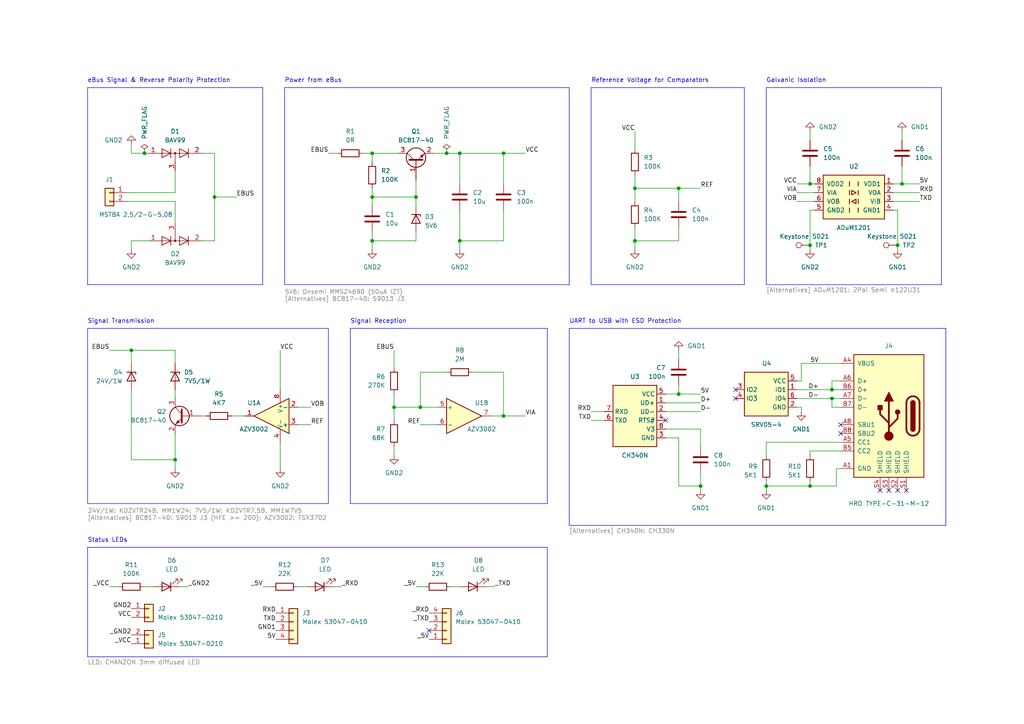
<source format=kicad_sch>
(kicad_sch (version 20230121) (generator eeschema)
  (paper "A4")
  (title_block (title "eBUS to USB Adapter") (date "2023-06-04") (rev "v0.9.0") (company "(c) 2023 by jkyprian"))
  (lib_symbols
    (symbol "Connector:TestPoint" (pin_numbers hide) (pin_names (offset 0.762) hide)
      (property "Reference" "TP" (at 0 6.858 0))
      (property "Value" "TestPoint" (at 0 5.08 0))
      (symbol "TestPoint_0_1"
        (circle (center 0 3.302) (radius 0.762))
      )
      (symbol "TestPoint_1_1"
        (pin passive line (at 0 0 90) (length 2.54) (name "1") (number "1"))
      )
    )
    (symbol "Connector_Generic:Conn_01x02" (pin_names (offset 1.016) hide)
      (property "Reference" "J" (at 0 2.54 0))
      (property "Value" "Conn_01x02" (at 0 -5.08 0))
      (symbol "Conn_01x02_1_1"
        (rectangle (start -1.27 -2.413) (end 0 -2.667) (stroke (width 0.1524)))
        (rectangle (start -1.27 0.127) (end 0 -0.127) (stroke (width 0.1524)))
        (rectangle (start -1.27 1.27) (end 1.27 -3.81) (stroke (width 0.254)) (fill (type background)))
        (pin passive line (at -5.08 0 0) (length 3.81) (name "Pin_1") (number "1"))
        (pin passive line (at -5.08 -2.54 0) (length 3.81) (name "Pin_2") (number "2"))
      )
    )
    (symbol "Connector_Generic:Conn_01x04" (pin_names (offset 1.016) hide)
      (property "Reference" "J" (at 0 5.08 0))
      (property "Value" "Conn_01x04" (at 0 -7.62 0))
      (symbol "Conn_01x04_1_1"
        (rectangle (start -1.27 -4.953) (end 0 -5.207) (stroke (width 0.1524)))
        (rectangle (start -1.27 -2.413) (end 0 -2.667) (stroke (width 0.1524)))
        (rectangle (start -1.27 0.127) (end 0 -0.127) (stroke (width 0.1524)))
        (rectangle (start -1.27 2.667) (end 0 2.413) (stroke (width 0.1524)))
        (rectangle (start -1.27 3.81) (end 1.27 -6.35) (stroke (width 0.254)) (fill (type background)))
        (pin passive line (at -5.08 2.54 0) (length 3.81) (name "Pin_1") (number "1"))
        (pin passive line (at -5.08 0 0) (length 3.81) (name "Pin_2") (number "2"))
        (pin passive line (at -5.08 -2.54 0) (length 3.81) (name "Pin_3") (number "3"))
        (pin passive line (at -5.08 -5.08 0) (length 3.81) (name "Pin_4") (number "4"))
      )
    )
    (symbol "Device:C" (pin_numbers hide) (pin_names (offset 0.254))
      (property "Reference" "C" (at 0.635 2.54 0))
      (property "Value" "C" (at 0.635 -2.54 0))
      (symbol "C_0_1"
        (polyline (pts (xy -2.032 -0.762) (xy 2.032 -0.762)) (stroke (width 0.508)))
        (polyline (pts (xy -2.032 0.762) (xy 2.032 0.762)) (stroke (width 0.508)))
      )
      (symbol "C_1_1"
        (pin passive line (at 0 3.81 270) (length 2.794) (name "~") (number "1"))
        (pin passive line (at 0 -3.81 90) (length 2.794) (name "~") (number "2"))
      )
    )
    (symbol "Device:D_Zener" (pin_numbers hide) (pin_names (offset 1.016) hide)
      (property "Reference" "D" (at 0 2.54 0))
      (property "Value" "D_Zener" (at 0 -2.54 0))
      (symbol "D_Zener_0_1"
        (polyline (pts (xy 1.27 0) (xy -1.27 0)))
        (polyline (pts (xy -1.27 -1.27) (xy -1.27 1.27) (xy -0.762 1.27)) (stroke (width 0.254)))
        (polyline (pts (xy 1.27 -1.27) (xy 1.27 1.27) (xy -1.27 0) (xy 1.27 -1.27)) (stroke (width 0.254)))
      )
      (symbol "D_Zener_1_1"
        (pin passive line (at -3.81 0 0) (length 2.54) (name "K") (number "1"))
        (pin passive line (at 3.81 0 180) (length 2.54) (name "A") (number "2"))
      )
    )
    (symbol "Device:LED" (pin_numbers hide) (pin_names (offset 1.016) hide)
      (property "Reference" "D" (at 0 2.54 0))
      (property "Value" "LED" (at 0 -2.54 0))
      (symbol "LED_0_1"
        (polyline (pts (xy -1.27 -1.27) (xy -1.27 1.27)) (stroke (width 0.254)))
        (polyline (pts (xy -1.27 0) (xy 1.27 0)))
        (polyline (pts (xy 1.27 -1.27) (xy 1.27 1.27) (xy -1.27 0) (xy 1.27 -1.27)) (stroke (width 0.254)))
        (polyline (pts (xy -3.048 -0.762) (xy -4.572 -2.286) (xy -3.81 -2.286) (xy -4.572 -2.286) (xy -4.572 -1.524)))
        (polyline (pts (xy -1.778 -0.762) (xy -3.302 -2.286) (xy -2.54 -2.286) (xy -3.302 -2.286) (xy -3.302 -1.524)))
      )
      (symbol "LED_1_1"
        (pin passive line (at -3.81 0 0) (length 2.54) (name "K") (number "1"))
        (pin passive line (at 3.81 0 180) (length 2.54) (name "A") (number "2"))
      )
    )
    (symbol "Device:R" (pin_numbers hide) (pin_names (offset 0))
      (property "Reference" "R" (at 2.032 0 90))
      (property "Value" "R" (at 0 0 90))
      (symbol "R_0_1"
        (rectangle (start -1.016 -2.54) (end 1.016 2.54) (stroke (width 0.254)))
      )
      (symbol "R_1_1"
        (pin passive line (at 0 3.81 270) (length 1.27) (name "~") (number "1"))
        (pin passive line (at 0 -3.81 90) (length 1.27) (name "~") (number "2"))
      )
    )
    (symbol "Diode:BAV99" (pin_names hide)
      (property "Reference" "D" (at 0 5.08 0))
      (property "Value" "BAV99" (at 0 2.54 0))
      (symbol "BAV99_0_1"
        (polyline (pts (xy -5.08 0) (xy 5.08 0)))
      )
      (symbol "BAV99_1_1"
        (polyline (pts (xy 0 0) (xy 0 -2.54)))
        (polyline (pts (xy -1.27 -1.27) (xy -1.27 1.27) (xy -1.27 1.27)) (stroke (width 0.2032)))
        (polyline (pts (xy 3.81 1.27) (xy 3.81 -1.27) (xy 3.81 -1.27)) (stroke (width 0.2032)))
        (polyline (pts (xy -3.81 1.27) (xy -1.27 0) (xy -3.81 -1.27) (xy -3.81 1.27) (xy -3.81 1.27) (xy -3.81 1.27)) (stroke (width 0.2032)))
        (polyline (pts (xy 1.27 1.27) (xy 3.81 0) (xy 1.27 -1.27) (xy 1.27 1.27) (xy 1.27 1.27) (xy 1.27 1.27)) (stroke (width 0.2032)))
        (circle (center 0 0) (radius 0.254) (fill (type outline)))
        (pin passive line (at -7.62 0 0) (length 2.54) (name "K") (number "1"))
        (pin passive line (at 7.62 0 180) (length 2.54) (name "A") (number "2"))
        (pin passive line (at 0 -5.08 90) (length 2.54) (name "K") (number "3"))
      )
    )
    (symbol "Transistor_BJT:BC817" (pin_names (offset 0) hide)
      (property "Reference" "Q" (at 5.08 1.905 0))
      (property "Value" "BC817" (at 5.08 0 0))
      (symbol "BC817_0_1"
        (polyline (pts (xy 0.635 0.635) (xy 2.54 2.54)))
        (polyline (pts (xy 0.635 -0.635) (xy 2.54 -2.54) (xy 2.54 -2.54)))
        (polyline (pts (xy 0.635 1.905) (xy 0.635 -1.905) (xy 0.635 -1.905)) (stroke (width 0.508)))
        (polyline (pts (xy 1.27 -1.778) (xy 1.778 -1.27) (xy 2.286 -2.286) (xy 1.27 -1.778) (xy 1.27 -1.778)) (fill (type outline)))
        (circle (center 1.27 0) (radius 2.8194) (stroke (width 0.254)))
      )
      (symbol "BC817_1_1"
        (pin input line (at -5.08 0 0) (length 5.715) (name "B") (number "1"))
        (pin passive line (at 2.54 -5.08 90) (length 2.54) (name "E") (number "2"))
        (pin passive line (at 2.54 5.08 270) (length 2.54) (name "C") (number "3"))
      )
    )
    (symbol "ebus2usb:ADuM1201" (pin_names (offset 1.016))
      (property "Reference" "U?" (at 0 -7.62 0))
      (property "Value" "ADuM1201" (at 0 7.62 0))
      (symbol "ADuM1201_0_1"
        (rectangle (start -8.89 6.35) (end 8.89 -6.35) (stroke (width 0.254)) (fill (type background)))
        (polyline (pts (xy -1.27 -3.175) (xy -1.27 -4.445)) (stroke (width 0.254)))
        (polyline (pts (xy -1.27 -0.635) (xy -1.27 -1.905)) (stroke (width 0.254)))
        (polyline (pts (xy -1.27 1.905) (xy -1.27 0.635)) (stroke (width 0.254)))
        (polyline (pts (xy -1.27 4.445) (xy -1.27 3.175)) (stroke (width 0.254)))
        (polyline (pts (xy 1.27 -3.175) (xy 1.27 -4.445)) (stroke (width 0.254)))
        (polyline (pts (xy 1.27 -0.635) (xy 1.27 -1.905)) (stroke (width 0.254)))
        (polyline (pts (xy 1.27 1.905) (xy 1.27 0.635)) (stroke (width 0.254)))
        (polyline (pts (xy 1.27 4.445) (xy 1.27 3.175)) (stroke (width 0.254)))
        (polyline (pts (xy -0.635 -0.635) (xy -0.635 -1.905) (xy 0.635 -1.27) (xy -0.635 -0.635)) (stroke (width 0.254)))
        (polyline (pts (xy 0.635 1.905) (xy 0.635 0.635) (xy -0.635 1.27) (xy 0.635 1.905)) (stroke (width 0.254)))
      )
      (symbol "ADuM1201_1_1"
        (pin power_in line (at -11.43 3.81 0) (length 2.54) (name "VDD1") (number "1"))
        (pin output line (at -11.43 1.27 0) (length 2.54) (name "VOA") (number "2"))
        (pin input line (at -11.43 -1.27 0) (length 2.54) (name "VIB") (number "3"))
        (pin power_in line (at -11.43 -3.81 0) (length 2.54) (name "GND1") (number "4"))
        (pin power_in line (at 11.43 -3.81 180) (length 2.54) (name "GND2") (number "5"))
        (pin output line (at 11.43 -1.27 180) (length 2.54) (name "VOB") (number "6"))
        (pin input line (at 11.43 1.27 180) (length 2.54) (name "VIA") (number "7"))
        (pin power_in line (at 11.43 3.81 180) (length 2.54) (name "VDD2") (number "8"))
      )
    )
    (symbol "ebus2usb:CH330N"
      (property "Reference" "U" (at 0 -10.16 0))
      (property "Value" "CH330N" (at 0 10.16 0))
      (symbol "CH330N_0_1"
        (rectangle (start -6.35 8.89) (end 6.35 -8.89) (stroke (width 0.254)) (fill (type background)))
      )
      (symbol "CH330N_1_1"
        (pin bidirectional line (at -8.89 3.81 0) (length 2.54) (name "UD+") (number "1"))
        (pin bidirectional line (at -8.89 1.27 0) (length 2.54) (name "UD-") (number "2"))
        (pin power_in line (at -8.89 -6.35 0) (length 2.54) (name "GND") (number "3"))
        (pin output line (at -8.89 -1.27 0) (length 2.54) (name "RTS#") (number "4"))
        (pin power_in line (at -8.89 6.35 0) (length 2.54) (name "VCC") (number "5"))
        (pin output line (at 8.89 -1.27 180) (length 2.54) (name "TXD") (number "6"))
        (pin input line (at 8.89 1.27 180) (length 2.54) (name "RXD") (number "7"))
        (pin input line (at -8.89 -3.81 0) (length 2.54) (name "V3") (number "8"))
      )
    )
    (symbol "ebus2usb:SRV05-4"
      (property "Reference" "U" (at 0 -7.62 0))
      (property "Value" "SRV05-4" (at 0 7.62 0))
      (symbol "SRV05-4_1_1"
        (rectangle (start -6.35 6.35) (end 6.35 -6.35) (stroke (width 0.254)) (fill (type background)))
        (pin passive line (at 8.89 1.27 180) (length 2.54) (name "IO1") (number "1"))
        (pin passive line (at 8.89 -3.81 180) (length 2.54) (name "GND") (number "2"))
        (pin passive line (at -8.89 1.27 0) (length 2.54) (name "IO2") (number "3"))
        (pin passive line (at -8.89 -1.27 0) (length 2.54) (name "IO3") (number "4"))
        (pin passive line (at 8.89 3.81 180) (length 2.54) (name "VCC") (number "5"))
        (pin passive line (at 8.89 -1.27 180) (length 2.54) (name "IO4") (number "6"))
      )
    )
    (symbol "ebus2usb:TS3702" (pin_names (offset 0.127))
      (property "Reference" "U" (at 3.81 3.81 0))
      (property "Value" "TS3702" (at 6.35 -3.81 0))
      (symbol "TS3702_1_1"
        (polyline (pts (xy -5.08 5.08) (xy 5.08 0) (xy -5.08 -5.08) (xy -5.08 5.08)) (stroke (width 0.254)) (fill (type background)))
        (pin output line (at 7.62 0 180) (length 2.54) (name "~") (number "1"))
        (pin input line (at -7.62 -2.54 0) (length 2.54) (name "-") (number "2"))
        (pin input line (at -7.62 2.54 0) (length 2.54) (name "+") (number "3"))
      )
      (symbol "TS3702_2_1"
        (polyline (pts (xy -5.08 5.08) (xy 5.08 0) (xy -5.08 -5.08) (xy -5.08 5.08)) (stroke (width 0.254)) (fill (type background)))
        (pin input line (at -7.62 2.54 0) (length 2.54) (name "+") (number "5"))
        (pin input line (at -7.62 -2.54 0) (length 2.54) (name "-") (number "6"))
        (pin output line (at 7.62 0 180) (length 2.54) (name "~") (number "7"))
      )
      (symbol "TS3702_3_1"
        (pin power_in line (at -2.54 -7.62 90) (length 3.81) (name "V-") (number "4"))
        (pin power_in line (at -2.54 7.62 270) (length 3.81) (name "V+") (number "8"))
      )
    )
    (symbol "ebus2usb:USB_C" (pin_names (offset 1.016))
      (property "Reference" "J" (at -10.16 19.05 0))
      (property "Value" "USB_C" (at 10.16 19.05 0))
      (symbol "USB_C_0_1"
        (rectangle (start -10.16 17.78) (end 10.16 -17.78) (stroke (width 0.254)) (fill (type background)))
        (arc (start -8.89 -3.81) (mid -6.985 -5.7067) (end -5.08 -3.81) (stroke (width 0.508)))
        (arc (start -7.62 -3.81) (mid -6.985 -4.4423) (end -6.35 -3.81) (stroke (width 0.254)))
        (arc (start -7.62 -3.81) (mid -6.985 -4.4423) (end -6.35 -3.81) (stroke (width 0.254)) (fill (type outline)))
        (rectangle (start -7.62 3.81) (end -6.35 -3.81) (stroke (width 0.254)) (fill (type outline)))
        (arc (start -6.35 3.81) (mid -6.985 4.4423) (end -7.62 3.81) (stroke (width 0.254)))
        (arc (start -6.35 3.81) (mid -6.985 4.4423) (end -7.62 3.81) (stroke (width 0.254)) (fill (type outline)))
        (arc (start -5.08 3.81) (mid -6.985 5.7067) (end -8.89 3.81) (stroke (width 0.508)))
        (circle (center -2.54 1.143) (radius 0.635) (stroke (width 0.254)) (fill (type outline)))
        (circle (center 0 -5.842) (radius 1.27) (fill (type outline)))
        (polyline (pts (xy -8.89 -3.81) (xy -8.89 3.81)) (stroke (width 0.508)))
        (polyline (pts (xy -5.08 3.81) (xy -5.08 -3.81)) (stroke (width 0.508)))
        (polyline (pts (xy 0 -5.842) (xy 0 4.318)) (stroke (width 0.508)))
        (polyline (pts (xy 0 -3.302) (xy -2.54 -0.762) (xy -2.54 0.508)) (stroke (width 0.508)))
        (polyline (pts (xy 0 -2.032) (xy 2.54 0.508) (xy 2.54 1.778)) (stroke (width 0.508)))
        (polyline (pts (xy -1.27 4.318) (xy 0 6.858) (xy 1.27 4.318) (xy -1.27 4.318)) (stroke (width 0.254)) (fill (type outline)))
        (rectangle (start 1.905 1.778) (end 3.175 3.048) (stroke (width 0.254)) (fill (type outline)))
      )
      (symbol "USB_C_1_1"
        (pin power_out line (at 13.97 -15.24 180) (length 3.81) (name "GND") (number "A1"))
        (pin power_out line (at 13.97 -15.24 180) (length 3.81) hide (name "GND") (number "A12"))
        (pin power_out line (at 13.97 15.24 180) (length 3.81) (name "VBUS") (number "A4"))
        (pin bidirectional line (at 13.97 -7.62 180) (length 3.81) (name "CC1") (number "A5"))
        (pin bidirectional line (at 13.97 10.16 180) (length 3.81) (name "D+") (number "A6"))
        (pin bidirectional line (at 13.97 5.08 180) (length 3.81) (name "D-") (number "A7"))
        (pin bidirectional line (at 13.97 -2.54 180) (length 3.81) (name "SBU1") (number "A8"))
        (pin power_out line (at 13.97 15.24 180) (length 3.81) hide (name "VBUS") (number "A9"))
        (pin power_out line (at 13.97 -15.24 180) (length 3.81) hide (name "GND") (number "B1"))
        (pin power_out line (at 13.97 -15.24 180) (length 3.81) hide (name "GND") (number "B12"))
        (pin power_out line (at 13.97 15.24 180) (length 3.81) hide (name "VBUS") (number "B4"))
        (pin bidirectional line (at 13.97 -10.16 180) (length 3.81) (name "CC2") (number "B5"))
        (pin bidirectional line (at 13.97 7.62 180) (length 3.81) (name "D+") (number "B6"))
        (pin bidirectional line (at 13.97 2.54 180) (length 3.81) (name "D-") (number "B7"))
        (pin bidirectional line (at 13.97 -5.08 180) (length 3.81) (name "SBU2") (number "B8"))
        (pin power_out line (at 13.97 15.24 180) (length 3.81) hide (name "VBUS") (number "B9"))
        (pin passive line (at -5.08 -21.59 90) (length 3.81) (name "SHIELD") (number "S1"))
        (pin passive line (at -2.54 -21.59 90) (length 3.81) (name "SHIELD") (number "S2"))
        (pin passive line (at 0 -21.59 90) (length 3.81) (name "SHIELD") (number "S3"))
        (pin passive line (at 2.54 -21.59 90) (length 3.81) (name "SHIELD") (number "S4"))
      )
    )
    (symbol "power:GND1" (power) (pin_names (offset 0))
      (property "Value" "GND1" (at 0 -3.81 0))
      (symbol "GND1_0_1"
        (polyline (pts (xy 0 0) (xy 0 -1.27) (xy 1.27 -1.27) (xy 0 -2.54) (xy -1.27 -1.27) (xy 0 -1.27)))
      )
      (symbol "GND1_1_1"
        (pin power_in line (at 0 0 270) (length 0) hide (name "GND1") (number "1"))
      )
    )
    (symbol "power:GND2" (power) (pin_names (offset 0))
      (property "Value" "GND2" (at 0 -3.81 0))
      (symbol "GND2_0_1"
        (polyline (pts (xy 0 0) (xy 0 -1.27) (xy 1.27 -1.27) (xy 0 -2.54) (xy -1.27 -1.27) (xy 0 -1.27)))
      )
      (symbol "GND2_1_1"
        (pin power_in line (at 0 0 270) (length 0) hide (name "GND2") (number "1"))
      )
    )
    (symbol "power:PWR_FLAG" (power) (pin_numbers hide) (pin_names (offset 0) hide)
      (property "Value" "PWR_FLAG" (at 0 3.81 0))
      (symbol "PWR_FLAG_0_0"
        (pin power_out line (at 0 0 90) (length 0) (name "pwr") (number "1"))
      )
      (symbol "PWR_FLAG_0_1"
        (polyline (pts (xy 0 0) (xy 0 1.27) (xy -1.016 1.905) (xy 0 2.54) (xy 1.016 1.905) (xy 0 1.27)))
      )
    )
  )
  (junction (at 107.95 69.85))
  (junction (at 50.8 133.35))
  (junction (at 261.62 53.34))
  (junction (at 234.95 53.34))
  (junction (at 196.85 54.61))
  (junction (at 184.15 69.85))
  (junction (at 107.95 44.45))
  (junction (at 241.3 115.57))
  (junction (at 38.1 101.6))
  (junction (at 133.35 69.85))
  (junction (at 121.92 118.11))
  (junction (at 107.95 57.15))
  (junction (at 203.2 140.97))
  (junction (at 146.05 120.65))
  (junction (at 41.91 44.45))
  (junction (at 184.15 54.61))
  (junction (at 222.25 140.97))
  (junction (at 196.85 114.3))
  (junction (at 62.23 57.15))
  (junction (at 260.35 71.12))
  (junction (at 120.65 57.15))
  (junction (at 146.05 44.45))
  (junction (at 241.3 113.03))
  (junction (at 114.3 118.11))
  (junction (at 234.95 140.97))
  (junction (at 129.54 44.45))
  (junction (at 234.95 71.12))
  (junction (at 133.35 44.45))
  (no_connect (at 262.89 142.24))
  (no_connect (at 193.04 121.92))
  (no_connect (at 255.27 142.24))
  (no_connect (at 124.46 182.88))
  (no_connect (at 257.81 142.24))
  (no_connect (at 243.84 125.73))
  (no_connect (at 243.84 123.19))
  (no_connect (at 260.35 142.24))
  (no_connect (at 213.36 113.03))
  (no_connect (at 213.36 115.57))
  (polyline (pts (xy 171.45 82.55) (xy 171.45 25.4)))
  (wire (pts (xy 234.95 60.96) (xy 234.95 71.12)))
  (polyline (pts (xy 25.4 95.25) (xy 95.25 95.25)))
  (wire (pts (xy 243.84 115.57) (xy 241.3 115.57)))
  (wire (pts (xy 140.97 170.18) (xy 143.51 170.18)))
  (wire (pts (xy 203.2 140.97) (xy 203.2 142.24)))
  (wire (pts (xy 261.62 48.26) (xy 261.62 53.34)))
  (wire (pts (xy 50.8 133.35) (xy 50.8 135.89)))
  (wire (pts (xy 259.08 60.96) (xy 260.35 60.96)))
  (wire (pts (xy 184.15 54.61) (xy 184.15 58.42)))
  (wire (pts (xy 107.95 54.61) (xy 107.95 57.15)))
  (wire (pts (xy 38.1 101.6) (xy 50.8 101.6)))
  (wire (pts (xy 196.85 69.85) (xy 184.15 69.85)))
  (wire (pts (xy 193.04 114.3) (xy 196.85 114.3)))
  (wire (pts (xy 96.52 170.18) (xy 99.06 170.18)))
  (wire (pts (xy 196.85 114.3) (xy 203.2 114.3)))
  (wire (pts (xy 58.42 120.65) (xy 59.69 120.65)))
  (wire (pts (xy 62.23 44.45) (xy 62.23 57.15)))
  (wire (pts (xy 196.85 111.76) (xy 196.85 114.3)))
  (polyline (pts (xy 95.25 146.05) (xy 25.4 146.05)))
  (wire (pts (xy 196.85 101.6) (xy 196.85 104.14)))
  (wire (pts (xy 146.05 44.45) (xy 152.4 44.45)))
  (wire (pts (xy 231.14 53.34) (xy 234.95 53.34)))
  (polyline (pts (xy 25.4 146.05) (xy 25.4 95.25)))
  (wire (pts (xy 146.05 69.85) (xy 133.35 69.85)))
  (wire (pts (xy 133.35 44.45) (xy 146.05 44.45)))
  (polyline (pts (xy 165.1 82.55) (xy 165.1 25.4)))
  (wire (pts (xy 38.1 133.35) (xy 50.8 133.35)))
  (wire (pts (xy 107.95 57.15) (xy 107.95 59.69)))
  (wire (pts (xy 121.92 123.19) (xy 127 123.19)))
  (wire (pts (xy 38.1 72.39) (xy 38.1 69.85)))
  (wire (pts (xy 62.23 57.15) (xy 68.58 57.15)))
  (wire (pts (xy 260.35 60.96) (xy 260.35 71.12)))
  (wire (pts (xy 107.95 57.15) (xy 120.65 57.15)))
  (wire (pts (xy 121.92 107.95) (xy 121.92 118.11)))
  (wire (pts (xy 234.95 140.97) (xy 242.57 140.97)))
  (wire (pts (xy 232.41 110.49) (xy 232.41 105.41)))
  (polyline (pts (xy 25.4 25.4) (xy 76.2 25.4)))
  (wire (pts (xy 184.15 38.1) (xy 184.15 43.18)))
  (wire (pts (xy 146.05 60.96) (xy 146.05 69.85)))
  (wire (pts (xy 193.04 127) (xy 196.85 127)))
  (wire (pts (xy 133.35 44.45) (xy 133.35 53.34)))
  (wire (pts (xy 234.95 53.34) (xy 236.22 53.34)))
  (polyline (pts (xy 274.32 152.4) (xy 274.32 95.25)))
  (polyline (pts (xy 165.1 152.4) (xy 274.32 152.4)))
  (wire (pts (xy 203.2 137.16) (xy 203.2 140.97)))
  (polyline (pts (xy 158.75 95.25) (xy 158.75 146.05)))
  (wire (pts (xy 196.85 66.04) (xy 196.85 69.85)))
  (wire (pts (xy 129.54 107.95) (xy 121.92 107.95)))
  (wire (pts (xy 142.24 120.65) (xy 146.05 120.65)))
  (wire (pts (xy 67.31 120.65) (xy 71.12 120.65)))
  (polyline (pts (xy 101.6 95.25) (xy 101.6 146.05)))
  (polyline (pts (xy 273.05 82.55) (xy 273.05 25.4)))
  (polyline (pts (xy 76.2 25.4) (xy 76.2 82.55)))
  (polyline (pts (xy 82.55 82.55) (xy 165.1 82.55)))
  (wire (pts (xy 86.36 118.11) (xy 90.17 118.11)))
  (wire (pts (xy 107.95 44.45) (xy 115.57 44.45)))
  (wire (pts (xy 234.95 139.7) (xy 234.95 140.97)))
  (wire (pts (xy 114.3 118.11) (xy 121.92 118.11)))
  (wire (pts (xy 36.83 55.88) (xy 50.8 55.88)))
  (wire (pts (xy 193.04 119.38) (xy 203.2 119.38)))
  (polyline (pts (xy 25.4 158.75) (xy 158.75 158.75)))
  (wire (pts (xy 137.16 107.95) (xy 146.05 107.95)))
  (wire (pts (xy 36.83 58.42) (xy 50.8 58.42)))
  (wire (pts (xy 259.08 55.88) (xy 266.7 55.88)))
  (polyline (pts (xy 25.4 190.5) (xy 158.75 190.5)))
  (polyline (pts (xy 165.1 95.25) (xy 165.1 152.4)))
  (wire (pts (xy 38.1 113.03) (xy 38.1 133.35)))
  (wire (pts (xy 107.95 67.31) (xy 107.95 69.85)))
  (wire (pts (xy 146.05 107.95) (xy 146.05 120.65)))
  (polyline (pts (xy 82.55 25.4) (xy 82.55 82.55)))
  (wire (pts (xy 232.41 110.49) (xy 231.14 110.49)))
  (wire (pts (xy 52.07 170.18) (xy 54.61 170.18)))
  (wire (pts (xy 196.85 54.61) (xy 203.2 54.61)))
  (wire (pts (xy 50.8 58.42) (xy 50.8 64.77)))
  (wire (pts (xy 261.62 53.34) (xy 266.7 53.34)))
  (wire (pts (xy 121.92 118.11) (xy 127 118.11)))
  (polyline (pts (xy 76.2 82.55) (xy 25.4 82.55)))
  (polyline (pts (xy 158.75 146.05) (xy 101.6 146.05)))
  (wire (pts (xy 243.84 128.27) (xy 222.25 128.27)))
  (wire (pts (xy 107.95 69.85) (xy 120.65 69.85)))
  (wire (pts (xy 38.1 105.41) (xy 38.1 101.6)))
  (polyline (pts (xy 171.45 25.4) (xy 215.9 25.4)))
  (wire (pts (xy 222.25 140.97) (xy 234.95 140.97)))
  (wire (pts (xy 120.65 67.31) (xy 120.65 69.85)))
  (wire (pts (xy 243.84 113.03) (xy 241.3 113.03)))
  (wire (pts (xy 50.8 133.35) (xy 50.8 125.73)))
  (polyline (pts (xy 82.55 25.4) (xy 165.1 25.4)))
  (wire (pts (xy 41.91 170.18) (xy 44.45 170.18)))
  (wire (pts (xy 259.08 58.42) (xy 266.7 58.42)))
  (wire (pts (xy 243.84 135.89) (xy 242.57 135.89)))
  (wire (pts (xy 196.85 54.61) (xy 196.85 58.42)))
  (wire (pts (xy 222.25 139.7) (xy 222.25 140.97)))
  (wire (pts (xy 120.65 170.18) (xy 123.19 170.18)))
  (wire (pts (xy 234.95 130.81) (xy 234.95 132.08)))
  (wire (pts (xy 241.3 110.49) (xy 241.3 113.03)))
  (polyline (pts (xy 101.6 95.25) (xy 158.75 95.25)))
  (wire (pts (xy 58.42 44.45) (xy 62.23 44.45)))
  (wire (pts (xy 241.3 118.11) (xy 243.84 118.11)))
  (polyline (pts (xy 95.25 95.25) (xy 95.25 146.05)))
  (wire (pts (xy 222.25 140.97) (xy 222.25 142.24)))
  (wire (pts (xy 38.1 44.45) (xy 41.91 44.45)))
  (wire (pts (xy 133.35 69.85) (xy 133.35 72.39)))
  (wire (pts (xy 130.81 170.18) (xy 133.35 170.18)))
  (wire (pts (xy 107.95 69.85) (xy 107.95 72.39)))
  (polyline (pts (xy 215.9 82.55) (xy 171.45 82.55)))
  (wire (pts (xy 193.04 116.84) (xy 203.2 116.84)))
  (wire (pts (xy 114.3 101.6) (xy 114.3 106.68)))
  (wire (pts (xy 193.04 124.46) (xy 203.2 124.46)))
  (wire (pts (xy 31.75 170.18) (xy 34.29 170.18)))
  (wire (pts (xy 31.75 101.6) (xy 38.1 101.6)))
  (wire (pts (xy 232.41 105.41) (xy 243.84 105.41)))
  (wire (pts (xy 236.22 60.96) (xy 234.95 60.96)))
  (wire (pts (xy 107.95 44.45) (xy 107.95 46.99)))
  (wire (pts (xy 261.62 38.1) (xy 261.62 40.64)))
  (polyline (pts (xy 215.9 25.4) (xy 215.9 82.55)))
  (wire (pts (xy 234.95 48.26) (xy 234.95 53.34)))
  (wire (pts (xy 146.05 44.45) (xy 146.05 53.34)))
  (wire (pts (xy 260.35 71.12) (xy 260.35 72.39)))
  (wire (pts (xy 105.41 44.45) (xy 107.95 44.45)))
  (wire (pts (xy 120.65 52.07) (xy 120.65 57.15)))
  (wire (pts (xy 184.15 50.8) (xy 184.15 54.61)))
  (wire (pts (xy 171.45 119.38) (xy 175.26 119.38)))
  (wire (pts (xy 259.08 53.34) (xy 261.62 53.34)))
  (wire (pts (xy 203.2 124.46) (xy 203.2 129.54)))
  (wire (pts (xy 231.14 55.88) (xy 236.22 55.88)))
  (wire (pts (xy 86.36 170.18) (xy 88.9 170.18)))
  (wire (pts (xy 241.3 110.49) (xy 243.84 110.49)))
  (wire (pts (xy 76.2 170.18) (xy 78.74 170.18)))
  (wire (pts (xy 38.1 41.91) (xy 38.1 44.45)))
  (wire (pts (xy 231.14 118.11) (xy 232.41 118.11)))
  (wire (pts (xy 129.54 44.45) (xy 133.35 44.45)))
  (wire (pts (xy 114.3 129.54) (xy 114.3 132.08)))
  (wire (pts (xy 231.14 58.42) (xy 236.22 58.42)))
  (wire (pts (xy 125.73 44.45) (xy 129.54 44.45)))
  (wire (pts (xy 50.8 113.03) (xy 50.8 115.57)))
  (polyline (pts (xy 25.4 82.55) (xy 25.4 25.4)))
  (wire (pts (xy 241.3 115.57) (xy 241.3 118.11)))
  (wire (pts (xy 242.57 135.89) (xy 242.57 140.97)))
  (wire (pts (xy 81.28 101.6) (xy 81.28 113.03)))
  (wire (pts (xy 38.1 69.85) (xy 43.18 69.85)))
  (wire (pts (xy 81.28 128.27) (xy 81.28 135.89)))
  (wire (pts (xy 120.65 57.15) (xy 120.65 59.69)))
  (wire (pts (xy 196.85 140.97) (xy 203.2 140.97)))
  (wire (pts (xy 184.15 54.61) (xy 196.85 54.61)))
  (polyline (pts (xy 222.25 25.4) (xy 273.05 25.4)))
  (wire (pts (xy 133.35 60.96) (xy 133.35 69.85)))
  (polyline (pts (xy 222.25 82.55) (xy 273.05 82.55)))
  (wire (pts (xy 114.3 114.3) (xy 114.3 118.11)))
  (wire (pts (xy 184.15 66.04) (xy 184.15 69.85)))
  (wire (pts (xy 184.15 72.39) (xy 184.15 69.85)))
  (wire (pts (xy 86.36 123.19) (xy 90.17 123.19)))
  (wire (pts (xy 50.8 49.53) (xy 50.8 55.88)))
  (polyline (pts (xy 165.1 95.25) (xy 274.32 95.25)))
  (wire (pts (xy 171.45 121.92) (xy 175.26 121.92)))
  (wire (pts (xy 234.95 38.1) (xy 234.95 40.64)))
  (wire (pts (xy 232.41 118.11) (xy 232.41 119.38)))
  (polyline (pts (xy 25.4 158.75) (xy 25.4 190.5)))
  (polyline (pts (xy 222.25 25.4) (xy 222.25 82.55)))
  (wire (pts (xy 114.3 118.11) (xy 114.3 121.92)))
  (wire (pts (xy 50.8 101.6) (xy 50.8 105.41)))
  (wire (pts (xy 196.85 127) (xy 196.85 140.97)))
  (wire (pts (xy 234.95 71.12) (xy 234.95 72.39)))
  (wire (pts (xy 146.05 120.65) (xy 152.4 120.65)))
  (wire (pts (xy 243.84 130.81) (xy 234.95 130.81)))
  (wire (pts (xy 62.23 69.85) (xy 62.23 57.15)))
  (polyline (pts (xy 158.75 190.5) (xy 158.75 158.75)))
  (wire (pts (xy 58.42 69.85) (xy 62.23 69.85)))
  (wire (pts (xy 222.25 128.27) (xy 222.25 132.08)))
  (wire (pts (xy 95.25 44.45) (xy 97.79 44.45)))
  (wire (pts (xy 231.14 113.03) (xy 241.3 113.03)))
  (wire (pts (xy 231.14 115.57) (xy 241.3 115.57)))
  (wire (pts (xy 41.91 44.45) (xy 43.18 44.45)))
  (text "Signal Reception" (at 101.6 93.98 0) (effects (font (size 1.27 1.27)) (justify left bottom)))
  (text "[Alternatives] CH340N: CH330N\n" (at 165.1 154.94 0) (effects (font (size 1.27 1.27)) (justify left bottom)))
  (text "LED: CHANZON 3mm diffused LED\n" (at 25.4 193.04 0) (effects (font (size 1.27 1.27)) (justify left bottom)))
  (text "eBus Signal & Reverse Polarity Protection" (at 25.4 24.13 0) (effects (font (size 1.27 1.27)) (justify left bottom)))
  (text "Status LEDs" (at 25.4 157.48 0) (effects (font (size 1.27 1.27)) (justify left bottom)))
  (text "[Alternatives] ADuM1201: 2Pai Semi π122U31\n" (at 222.25 85.09 0) (effects (font (size 1.27 1.27)) (justify left bottom)))
  (text "UART to USB with ESD Protection" (at 165.1 93.98 0) (effects (font (size 1.27 1.27)) (justify left bottom)))
  (text "24V/1W: KDZVTR24B, MM1W24; 7V5/1W: KDZVTR7.5B, MM1W7V5\n[Alternatives] BC817-40: S9013 J3 (HFE >= 200); AZV3002: TSX3702\n" (at 25.4 151.13 0) (effects (font (size 1.27 1.27)) (justify left bottom)))
  (text "5V6: Onsemi MMSZ4690 (50uA IZT)\n[Alternatives] BC817-40: S9013 J3" (at 82.55 87.63 0) (effects (font (size 1.27 1.27)) (justify left bottom)))
  (text "Signal Transmission" (at 25.4 93.98 0) (effects (font (size 1.27 1.27)) (justify left bottom)))
  (text "Reference Voltage for Comparators" (at 171.45 24.13 0) (effects (font (size 1.27 1.27)) (justify left bottom)))
  (text "Power from eBus" (at 82.55 24.13 0) (effects (font (size 1.27 1.27)) (justify left bottom)))
  (text "Galvanic Isolation" (at 222.25 24.13 0) (effects (font (size 1.27 1.27)) (justify left bottom)))
  (label "VOB" (at 90.17 118.11 0))
  (label "RXD" (at 266.7 55.88 0))
  (label "VCC" (at 152.4 44.45 0))
  (label "TXD" (at 171.45 121.92 180))
  (label "_VCC" (at 38.1 186.69 180))
  (label "5V" (at 237.49 105.41 180))
  (label "_RXD" (at 99.06 170.18 0))
  (label "GND1" (at 80.01 182.88 180))
  (label "_RXD" (at 124.46 177.8 180))
  (label "_5V" (at 76.2 170.18 180))
  (label "D-" (at 203.2 119.38 0))
  (label "_VCC" (at 31.75 170.18 180))
  (label "REF" (at 203.2 54.61 0))
  (label "5V" (at 80.01 185.42 180))
  (label "VIA" (at 152.4 120.65 0))
  (label "_GND2" (at 38.1 184.15 180))
  (label "RXD" (at 80.01 177.8 180))
  (label "_5V" (at 120.65 170.18 180))
  (label "_GND2" (at 54.61 170.18 0))
  (label "VCC" (at 231.14 53.34 180))
  (label "REF" (at 121.92 123.19 180))
  (label "TXD" (at 80.01 180.34 180))
  (label "REF" (at 90.17 123.19 0))
  (label "TXD" (at 266.7 58.42 0))
  (label "D+" (at 237.49 113.03 180))
  (label "EBUS" (at 68.58 57.15 0))
  (label "EBUS" (at 114.3 101.6 180))
  (label "D-" (at 237.49 115.57 180))
  (label "VIA" (at 231.14 55.88 180))
  (label "RXD" (at 171.45 119.38 180))
  (label "_TXD" (at 124.46 180.34 180))
  (label "VCC" (at 81.28 101.6 0))
  (label "_5V" (at 124.46 185.42 180))
  (label "GND2" (at 38.1 176.53 180))
  (label "5V" (at 203.2 114.3 0))
  (label "VCC" (at 184.15 38.1 180))
  (label "EBUS" (at 31.75 101.6 180))
  (label "VOB" (at 231.14 58.42 180))
  (label "D+" (at 203.2 116.84 0))
  (label "_TXD" (at 143.51 170.18 0))
  (label "5V" (at 266.7 53.34 0))
  (label "EBUS" (at 95.25 44.45 180))
  (label "VCC" (at 38.1 179.07 180))
  (symbol (lib_id "Device:LED") (at 48.26 170.18 180) (unit 1) (in_bom no)
    (property "Reference" "D6" (at 49.8475 162.56 0))
    (property "Value" "LED" (at 49.8475 165.1 0))
    (property "Footprint" "ebus2usb:LED_D3.0mm" (effects hide))
    (property "Part" "CHANZON 3mm diffused LED" (effects hide))
  )
  (symbol (lib_id "power:GND1") (at 196.85 101.6 180) (unit 1)
    (property "Reference" "#PWR0111" (effects hide))
    (property "Value" "GND1" (at 199.39 100.3299 0) (effects (justify right)))
  )
  (symbol (lib_id "power:GND2") (at 234.95 38.1 180) (unit 1)
    (property "Reference" "#PWR0108" (effects hide))
    (property "Value" "GND2" (at 237.49 36.8299 0) (effects (justify right)))
  )
  (symbol (lib_id "Connector_Generic:Conn_01x02") (at 43.18 176.53 0) (unit 1)
    (property "Reference" "J2" (at 45.72 176.53 0) (effects (justify left)))
    (property "Value" "Molex 53047-0210" (at 45.72 179.07 0) (effects (justify left)))
    (property "Footprint" "ebus2usb:Molex_PicoBlade_53047-0210" (effects hide))
    (property "LCSC" "C114130" (effects hide))
    (property "Part" "Molex 53047-0210" (effects hide))
  )
  (symbol (lib_id "ebus2usb:SRV05-4") (at 222.25 114.3 0) (unit 1)
    (property "Reference" "U4" (at 220.98 105.41 0) (effects (justify left)))
    (property "Value" "SRV05-4" (at 222.25 123.19 0))
    (property "Footprint" "ebus2usb:SOT-23-6L" (effects hide))
    (property "Datasheet" "http://www.onsemi.com/pub/Collateral/SRV05-4-D.PDF" (effects hide))
    (property "LCSC" "C85364" (effects hide))
    (property "Part" "SEMTECH SRV05-4.TCT" (effects hide))
  )
  (symbol (lib_id "ebus2usb:CH330N") (at 184.15 120.65 0) (mirror y) (unit 1)
    (property "Reference" "U3" (at 184.15 109.22 0))
    (property "Value" "CH340N" (at 184.15 132.08 0))
    (property "Footprint" "ebus2usb:SO08" (effects hide))
    (property "Datasheet" "https://datasheet.lcsc.com/lcsc/2202231130_WCH-Jiangsu-Qin-Heng-CH340N_C2977777.pdf" (effects hide))
    (property "LCSC" "C2977777" (effects hide))
    (property "Part" "WCH(Jiangsu Qin Heng) CH340N" (effects hide))
  )
  (symbol (lib_id "power:GND2") (at 234.95 72.39 0) (unit 1)
    (property "Reference" "#PWR0109" (effects hide))
    (property "Value" "GND2" (at 234.95 77.47 0))
  )
  (symbol (lib_id "Device:R") (at 82.55 170.18 270) (unit 1)
    (property "Reference" "R12" (at 82.55 163.83 90))
    (property "Value" "22K" (at 82.55 166.37 90))
    (property "Footprint" "ebus2usb:R0805" (effects hide))
    (property "LCSC" "C17560" (effects hide))
    (property "Part" "UNI-ROYAL(Uniroyal Elec) 0805W8F2202T5E" (effects hide))
  )
  (symbol (lib_id "power:GND2") (at 81.28 135.89 0) (unit 1)
    (property "Reference" "#PWR0104" (effects hide))
    (property "Value" "GND2" (at 81.28 140.97 0))
  )
  (symbol (lib_id "Connector_Generic:Conn_01x02") (at 43.18 186.69 0) (mirror x) (unit 1)
    (property "Reference" "J5" (at 45.72 184.15 0) (effects (justify left)))
    (property "Value" "Molex 53047-0210" (at 45.72 186.69 0) (effects (justify left)))
    (property "Footprint" "ebus2usb:Molex_PicoBlade_53047-0210" (effects hide))
    (property "LCSC" "C114130" (effects hide))
    (property "Part" "Molex 53047-0210" (effects hide))
  )
  (symbol (lib_id "Device:R") (at 114.3 110.49 180) (unit 1)
    (property "Reference" "R6" (at 111.76 109.22 0) (effects (justify left)))
    (property "Value" "270K" (at 111.76 111.76 0) (effects (justify left)))
    (property "Footprint" "ebus2usb:R0805" (effects hide))
    (property "LCSC" "C17589" (effects hide))
    (property "Part" "UNI-ROYAL(Uniroyal Elec) 0805W8F2703T5E" (effects hide))
  )
  (symbol (lib_id "power:GND2") (at 114.3 132.08 0) (unit 1)
    (property "Reference" "#PWR0102" (effects hide))
    (property "Value" "GND2" (at 114.3 137.16 0))
  )
  (symbol (lib_id "ebus2usb:ADuM1201") (at 247.65 57.15 0) (mirror y) (unit 1)
    (property "Reference" "U2" (at 247.65 48.26 0))
    (property "Value" "ADuM1201" (at 247.65 66.04 0))
    (property "Footprint" "ebus2usb:SO08" (effects hide))
    (property "Datasheet" "https://www.analog.com/media/en/technical-documentation/data-sheets/ADuM1200_1201.pdf" (effects hide))
    (property "LCSC" "C9669" (effects hide))
    (property "Part" "Analog Devices ADUM1201ARZ-RL7" (effects hide))
  )
  (symbol (lib_id "Device:LED") (at 92.71 170.18 180) (unit 1) (in_bom no)
    (property "Reference" "D7" (at 94.2975 162.56 0))
    (property "Value" "LED" (at 94.2975 165.1 0))
    (property "Footprint" "ebus2usb:LED_D3.0mm" (effects hide))
    (property "Part" "CHANZON 3mm diffused LED" (effects hide))
  )
  (symbol (lib_id "Device:D_Zener") (at 38.1 109.22 270) (unit 1)
    (property "Reference" "D4" (at 35.56 107.95 90) (effects (justify right)))
    (property "Value" "24V/1W" (at 35.56 110.49 90) (effects (justify right)))
    (property "Footprint" "ebus2usb:SOD-123" (effects hide))
    (property "Datasheet" "https://fscdn.rohm.com/en/products/databook/datasheet/discrete/diode/zener/kdzvtr24b-e.pdf" (effects hide))
    (property "LCSC" "C209605" (effects hide))
    (property "Part" "Rohm KDZVTR24B" (effects hide))
  )
  (symbol (lib_id "power:GND1") (at 232.41 119.38 0) (unit 1)
    (property "Reference" "#PWR01" (effects hide))
    (property "Value" "GND1" (at 232.41 124.46 0))
  )
  (symbol (lib_id "Connector_Generic:Conn_01x04") (at 85.09 180.34 0) (unit 1)
    (property "Reference" "J3" (at 87.63 177.8 0) (effects (justify left)))
    (property "Value" "Molex 53047-0410" (at 87.63 180.34 0) (effects (justify left)))
    (property "Footprint" "ebus2usb:Molex_PicoBlade_53047-0410" (effects hide))
    (property "LCSC" "C504989" (effects hide))
    (property "Part" "Molex 53047-0410" (effects hide))
  )
  (symbol (lib_id "power:GND2") (at 184.15 72.39 0) (unit 1)
    (property "Reference" "#PWR0107" (effects hide))
    (property "Value" "GND2" (at 184.15 77.47 0))
  )
  (symbol (lib_id "Connector:TestPoint") (at 234.95 71.12 90) (unit 1) (in_bom no)
    (property "Reference" "TP1" (at 240.03 71.12 90) (effects (justify left)))
    (property "Value" "Keystone 5021" (at 226.06 68.58 90) (effects (justify right)))
    (property "Footprint" "ebus2usb:Keystone_5021" (effects hide))
    (property "Datasheet" "https://www.keyelco.com/product-pdf.cfm?p=1325" (effects hide))
    (property "LCSC" "C5370875" (effects hide))
    (property "Part" "Keystone 5021" (effects hide))
  )
  (symbol (lib_id "power:GND2") (at 50.8 135.89 0) (unit 1)
    (property "Reference" "#PWR0103" (effects hide))
    (property "Value" "GND2" (at 50.8 140.97 0))
  )
  (symbol (lib_id "Device:R") (at 38.1 170.18 270) (unit 1)
    (property "Reference" "R11" (at 38.1 163.83 90))
    (property "Value" "100K" (at 38.1 166.37 90))
    (property "Footprint" "ebus2usb:R0805" (effects hide))
    (property "LCSC" "C149504" (effects hide))
    (property "Part" "UNI-ROYAL(Uniroyal Elec) 0805W8F1003T5E" (effects hide))
  )
  (symbol (lib_id "power:GND2") (at 133.35 72.39 0) (unit 1)
    (property "Reference" "#PWR0117" (effects hide))
    (property "Value" "GND2" (at 133.35 77.47 0))
  )
  (symbol (lib_id "power:GND1") (at 260.35 72.39 0) (unit 1)
    (property "Reference" "#PWR0110" (effects hide))
    (property "Value" "GND1" (at 260.35 77.47 0))
  )
  (symbol (lib_id "Device:R") (at 101.6 44.45 90) (unit 1)
    (property "Reference" "R1" (at 101.6 38.1 90))
    (property "Value" "0R" (at 101.6 40.64 90))
    (property "Footprint" "ebus2usb:R0805" (effects hide))
    (property "LCSC" "C17477" (effects hide))
    (property "Part" "UNI-ROYAL(Uniroyal Elec) 0805W8F0000T5E" (effects hide))
  )
  (symbol (lib_id "Device:R") (at 127 170.18 270) (unit 1)
    (property "Reference" "R13" (at 127 163.83 90))
    (property "Value" "22K" (at 127 166.37 90))
    (property "Footprint" "ebus2usb:R0805" (effects hide))
    (property "LCSC" "C17560" (effects hide))
    (property "Part" "UNI-ROYAL(Uniroyal Elec) 0805W8F2202T5E" (effects hide))
  )
  (symbol (lib_id "power:PWR_FLAG") (at 41.91 44.45 0) (unit 1)
    (property "Reference" "#FLG01" (effects hide))
    (property "Value" "PWR_FLAG" (at 41.91 35.56 90))
  )
  (symbol (lib_id "Device:R") (at 234.95 135.89 0) (mirror x) (unit 1)
    (property "Reference" "R10" (at 232.41 135.255 0) (effects (justify right)))
    (property "Value" "5K1" (at 232.41 137.795 0) (effects (justify right)))
    (property "Footprint" "ebus2usb:R0805" (effects hide))
    (property "LCSC" "C27834" (effects hide))
    (property "Part" "UNI-ROYAL(Uniroyal Elec) 0805W8F5101T5E" (effects hide))
  )
  (symbol (lib_id "Transistor_BJT:BC817") (at 53.34 120.65 0) (mirror y) (unit 1)
    (property "Reference" "Q2" (at 48.26 119.3799 0) (effects (justify left)))
    (property "Value" "BC817-40" (at 48.26 121.9199 0) (effects (justify left)))
    (property "Footprint" "ebus2usb:SOT-23-3" (effects hide))
    (property "Datasheet" "https://www.onsemi.com/pub/Collateral/BC818-D.pdf" (effects hide))
    (property "LCSC" "C6749" (effects hide))
    (property "Part" "Nexperia BC817-40,215" (effects hide))
  )
  (symbol (lib_id "power:GND2") (at 38.1 41.91 180) (unit 1)
    (property "Reference" "#PWR0105" (effects hide))
    (property "Value" "GND2" (at 35.56 40.64 0) (effects (justify left)))
  )
  (symbol (lib_id "Device:C") (at 196.85 62.23 0) (unit 1)
    (property "Reference" "C4" (at 200.66 60.9599 0) (effects (justify left)))
    (property "Value" "100n" (at 200.66 63.4999 0) (effects (justify left)))
    (property "Footprint" "ebus2usb:C0805" (effects hide))
    (property "LCSC" "C28233" (effects hide))
    (property "Part" "Samsung Electro-Mechanics CL21B104KCFNNNE" (effects hide))
  )
  (symbol (lib_id "Device:R") (at 114.3 125.73 180) (unit 1)
    (property "Reference" "R7" (at 111.76 124.46 0) (effects (justify left)))
    (property "Value" "68K" (at 111.76 127 0) (effects (justify left)))
    (property "Footprint" "ebus2usb:R0805" (effects hide))
    (property "LCSC" "C17801" (effects hide))
    (property "Part" "UNI-ROYAL(Uniroyal Elec) 0805W8F6802T5E" (effects hide))
  )
  (symbol (lib_id "Device:C") (at 133.35 57.15 0) (unit 1)
    (property "Reference" "C2" (at 137.16 55.8799 0) (effects (justify left)))
    (property "Value" "10u" (at 137.16 58.4199 0) (effects (justify left)))
    (property "Footprint" "ebus2usb:C0805" (effects hide))
    (property "LCSC" "C15850" (effects hide))
    (property "Part" "Samsung Electro-Mechanics CL21A106KAYNNNE" (effects hide))
  )
  (symbol (lib_id "Diode:BAV99") (at 50.8 44.45 0) (unit 1)
    (property "Reference" "D1" (at 50.8 38.1 0))
    (property "Value" "BAV99" (at 50.8 40.64 0))
    (property "Footprint" "ebus2usb:SOT-23-3" (effects hide))
    (property "Datasheet" "https://assets.nexperia.com/documents/data-sheet/BAV99_SER.pdf" (effects hide))
    (property "Part" "Nexperia BAV99,215" (effects hide))
    (property "LCSC" "C2500" (effects hide))
  )
  (symbol (lib_id "Device:C") (at 234.95 44.45 0) (unit 1)
    (property "Reference" "C5" (at 238.76 43.1799 0) (effects (justify left)))
    (property "Value" "100n" (at 238.76 45.7199 0) (effects (justify left)))
    (property "Footprint" "ebus2usb:C0805" (effects hide))
    (property "LCSC" "C28233" (effects hide))
    (property "Part" "Samsung Electro-Mechanics CL21B104KCFNNNE" (effects hide))
  )
  (symbol (lib_id "ebus2usb:TS3702") (at 83.82 120.65 0) (unit 3)
    (property "Reference" "U1" (effects hide))
    (property "Value" "AZV3002" (effects hide))
    (property "Footprint" "ebus2usb:SO08" (effects hide))
    (property "Datasheet" "https://www.diodes.com/assets/Datasheets/AZV3001.pdf" (effects hide))
    (property "LCSC" "C5123396" (effects hide))
    (property "Part" "Diodes Incorporated AZV3002S-13" (effects hide))
  )
  (symbol (lib_id "Device:C") (at 196.85 107.95 0) (mirror y) (unit 1)
    (property "Reference" "C7" (at 193.04 106.6799 0) (effects (justify left)))
    (property "Value" "100n" (at 193.04 109.2199 0) (effects (justify left)))
    (property "Footprint" "ebus2usb:C0805" (effects hide))
    (property "LCSC" "C28233" (effects hide))
    (property "Part" "Samsung Electro-Mechanics CL21B104KCFNNNE" (effects hide))
  )
  (symbol (lib_id "Device:R") (at 184.15 62.23 180) (unit 1)
    (property "Reference" "R4" (at 186.69 60.9599 0) (effects (justify right)))
    (property "Value" "100K" (at 186.69 63.4999 0) (effects (justify right)))
    (property "Footprint" "ebus2usb:R0805" (effects hide))
    (property "LCSC" "C149504" (effects hide))
    (property "Part" "UNI-ROYAL(Uniroyal Elec) 0805W8F1003T5E" (effects hide))
  )
  (symbol (lib_id "power:PWR_FLAG") (at 129.54 44.45 0) (mirror y) (unit 1)
    (property "Reference" "#FLG02" (effects hide))
    (property "Value" "PWR_FLAG" (at 129.54 35.56 90))
  )
  (symbol (lib_id "Device:R") (at 184.15 46.99 180) (unit 1)
    (property "Reference" "R3" (at 186.69 45.7199 0) (effects (justify right)))
    (property "Value" "100K" (at 186.69 48.2599 0) (effects (justify right)))
    (property "Footprint" "ebus2usb:R0805" (effects hide))
    (property "LCSC" "C149504" (effects hide))
    (property "Part" "UNI-ROYAL(Uniroyal Elec) 0805W8F1003T5E" (effects hide))
  )
  (symbol (lib_id "power:GND2") (at 107.95 72.39 0) (unit 1)
    (property "Reference" "#PWR0101" (effects hide))
    (property "Value" "GND2" (at 107.95 77.47 0))
  )
  (symbol (lib_id "Device:C") (at 261.62 44.45 0) (unit 1)
    (property "Reference" "C6" (at 265.43 43.1799 0) (effects (justify left)))
    (property "Value" "100n" (at 265.43 45.7199 0) (effects (justify left)))
    (property "Footprint" "ebus2usb:C0805" (effects hide))
    (property "LCSC" "C28233" (effects hide))
    (property "Part" "Samsung Electro-Mechanics CL21B104KCFNNNE" (effects hide))
  )
  (symbol (lib_id "Device:C") (at 107.95 63.5 0) (unit 1)
    (property "Reference" "C1" (at 111.76 62.2299 0) (effects (justify left)))
    (property "Value" "10u" (at 111.76 64.7699 0) (effects (justify left)))
    (property "Footprint" "ebus2usb:C0805" (effects hide))
    (property "LCSC" "C15850" (effects hide))
    (property "Part" "Samsung Electro-Mechanics CL21A106KAYNNNE" (effects hide))
  )
  (symbol (lib_id "Diode:BAV99") (at 50.8 69.85 0) (mirror x) (unit 1)
    (property "Reference" "D2" (at 50.8 73.66 0))
    (property "Value" "BAV99" (at 50.8 76.2 0))
    (property "Footprint" "ebus2usb:SOT-23-3" (effects hide))
    (property "Datasheet" "https://assets.nexperia.com/documents/data-sheet/BAV99_SER.pdf" (effects hide))
    (property "LCSC" "C2500" (effects hide))
    (property "Part" "Nexperia BAV99,215" (effects hide))
  )
  (symbol (lib_id "power:GND1") (at 261.62 38.1 180) (unit 1)
    (property "Reference" "#PWR0113" (effects hide))
    (property "Value" "GND1" (at 264.16 36.8299 0) (effects (justify right)))
  )
  (symbol (lib_id "Connector:TestPoint") (at 260.35 71.12 90) (unit 1) (in_bom no)
    (property "Reference" "TP2" (at 265.43 71.12 90) (effects (justify left)))
    (property "Value" "Keystone 5021" (at 251.46 68.58 90) (effects (justify right)))
    (property "Footprint" "ebus2usb:Keystone_5021" (effects hide))
    (property "Datasheet" "https://www.keyelco.com/product-pdf.cfm?p=1325" (effects hide))
    (property "LCSC" "C5370875" (effects hide))
    (property "Part" "Keystone 5021" (effects hide))
  )
  (symbol (lib_id "Device:C") (at 146.05 57.15 0) (unit 1)
    (property "Reference" "C3" (at 149.86 55.8799 0) (effects (justify left)))
    (property "Value" "100n" (at 149.86 58.4199 0) (effects (justify left)))
    (property "Footprint" "ebus2usb:C0805" (effects hide))
    (property "LCSC" "C28233" (effects hide))
    (property "Part" "Samsung Electro-Mechanics CL21B104KCFNNNE" (effects hide))
  )
  (symbol (lib_id "ebus2usb:TS3702") (at 78.74 120.65 180) (unit 1)
    (property "Reference" "U1" (at 73.66 116.84 0))
    (property "Value" "AZV3002" (at 73.66 124.46 0))
    (property "Footprint" "ebus2usb:SO08" (effects hide))
    (property "Datasheet" "https://www.diodes.com/assets/Datasheets/AZV3001.pdf" (effects hide))
    (property "LCSC" "C5123396" (effects hide))
    (property "Part" "Diodes Incorporated AZV3002S-13" (effects hide))
  )
  (symbol (lib_id "Device:D_Zener") (at 50.8 109.22 270) (unit 1)
    (property "Reference" "D5" (at 53.34 107.9499 90) (effects (justify left)))
    (property "Value" "7V5/1W" (at 53.34 110.4899 90) (effects (justify left)))
    (property "Footprint" "ebus2usb:SOD-123" (effects hide))
    (property "Datasheet" "https://fscdn.rohm.com/en/products/databook/datasheet/discrete/diode/zener/kdzvtr7.5b-e.pdf" (effects hide))
    (property "LCSC" "C209594" (effects hide))
    (property "Part" "Rohm KDZVTR7.5B" (effects hide))
  )
  (symbol (lib_id "Device:R") (at 107.95 50.8 180) (unit 1)
    (property "Reference" "R2" (at 110.49 49.5299 0) (effects (justify right)))
    (property "Value" "100K" (at 110.49 52.0699 0) (effects (justify right)))
    (property "Footprint" "ebus2usb:R0805" (effects hide))
    (property "LCSC" "C149504" (effects hide))
    (property "Part" "UNI-ROYAL(Uniroyal Elec) 0805W8F1003T5E" (effects hide))
  )
  (symbol (lib_id "power:GND1") (at 203.2 142.24 0) (unit 1)
    (property "Reference" "#PWR0115" (effects hide))
    (property "Value" "GND1" (at 203.2 147.32 0))
  )
  (symbol (lib_id "ebus2usb:USB_C") (at 257.81 120.65 0) (mirror y) (unit 1)
    (property "Reference" "J4" (at 257.81 100.33 0))
    (property "Value" "HRO TYPE-C-31-M-12" (at 257.81 146.05 0))
    (property "Footprint" "ebus2usb:HRO_TYPE-C-31-M-12" (effects hide))
    (property "Datasheet" "https://www.usb.org/sites/default/files/documents/usb_type-c.zip" (effects hide))
    (property "LCSC" "C165948" (effects hide))
    (property "Part" "Korean Hroparts Elec TYPE-C-31-M-12" (effects hide))
  )
  (symbol (lib_id "Device:R") (at 63.5 120.65 90) (unit 1)
    (property "Reference" "R5" (at 63.5 114.3 90))
    (property "Value" "4K7" (at 63.5 116.84 90))
    (property "Footprint" "ebus2usb:R0805" (effects hide))
    (property "LCSC" "C17673" (effects hide))
    (property "Part" "UNI-ROYAL(Uniroyal Elec) 0805W8F4701T5E" (effects hide))
  )
  (symbol (lib_id "Device:R") (at 133.35 107.95 90) (unit 1)
    (property "Reference" "R8" (at 133.35 101.6 90))
    (property "Value" "2M" (at 133.35 104.14 90))
    (property "Footprint" "ebus2usb:R0805" (effects hide))
    (property "LCSC" "C26112" (effects hide))
    (property "Part" "UNI-ROYAL(Uniroyal Elec) 0805W8F2004T5E" (effects hide))
  )
  (symbol (lib_id "power:GND2") (at 38.1 72.39 0) (unit 1)
    (property "Reference" "#PWR0106" (effects hide))
    (property "Value" "GND2" (at 38.1 77.47 0))
  )
  (symbol (lib_id "Device:D_Zener") (at 120.65 63.5 270) (unit 1)
    (property "Reference" "D3" (at 123.19 62.865 90) (effects (justify left)))
    (property "Value" "5V6" (at 123.19 65.405 90) (effects (justify left)))
    (property "Footprint" "ebus2usb:SOD-123" (effects hide))
    (property "Datasheet" "https://www.onsemi.com/download/data-sheet/pdf/mmsz2v4t1-d.pdf" (effects hide))
    (property "LCSC" "C152307" (effects hide))
    (property "Part" "Onsemi MMSZ4690T3G" (effects hide))
  )
  (symbol (lib_id "Device:C") (at 203.2 133.35 0) (mirror y) (unit 1)
    (property "Reference" "C8" (at 207.01 132.08 0) (effects (justify right)))
    (property "Value" "100n" (at 207.01 134.62 0) (effects (justify right)))
    (property "Footprint" "ebus2usb:C0805" (effects hide))
    (property "LCSC" "C28233" (effects hide))
    (property "Part" "Samsung Electro-Mechanics CL21B104KCFNNNE" (effects hide))
  )
  (symbol (lib_id "Transistor_BJT:BC817") (at 120.65 46.99 90) (unit 1)
    (property "Reference" "Q1" (at 120.65 38.1 90))
    (property "Value" "BC817-40" (at 120.65 40.64 90))
    (property "Footprint" "ebus2usb:SOT-23-3" (effects hide))
    (property "Datasheet" "https://www.onsemi.com/pub/Collateral/BC818-D.pdf" (effects hide))
    (property "LCSC" "C6749" (effects hide))
    (property "Part" "Nexperia BC817-40,215" (effects hide))
  )
  (symbol (lib_id "Device:LED") (at 137.16 170.18 180) (unit 1) (in_bom no)
    (property "Reference" "D8" (at 138.7475 162.56 0))
    (property "Value" "LED" (at 138.7475 165.1 0))
    (property "Footprint" "ebus2usb:LED_D3.0mm" (effects hide))
    (property "Part" "CHANZON 3mm diffused LED" (effects hide))
  )
  (symbol (lib_id "Connector_Generic:Conn_01x04") (at 129.54 182.88 0) (mirror x) (unit 1)
    (property "Reference" "J6" (at 132.08 177.8 0) (effects (justify left)))
    (property "Value" "Molex 53047-0410" (at 132.08 180.34 0) (effects (justify left)))
    (property "Footprint" "ebus2usb:Molex_PicoBlade_53047-0410" (effects hide))
    (property "LCSC" "C504989" (effects hide))
    (property "Part" "Molex 53047-0410" (effects hide))
  )
  (symbol (lib_id "ebus2usb:TS3702") (at 134.62 120.65 0) (unit 2)
    (property "Reference" "U1" (at 139.7 116.84 0))
    (property "Value" "AZV3002" (at 139.7 124.46 0))
    (property "Footprint" "ebus2usb:SO08" (effects hide))
    (property "Datasheet" "https://www.diodes.com/assets/Datasheets/AZV3001.pdf" (effects hide))
    (property "LCSC" "C5123396" (effects hide))
    (property "Part" "Diodes Incorporated AZV3002S-13" (effects hide))
  )
  (symbol (lib_id "Device:R") (at 222.25 135.89 0) (mirror x) (unit 1)
    (property "Reference" "R9" (at 219.71 135.255 0) (effects (justify right)))
    (property "Value" "5K1" (at 219.71 137.795 0) (effects (justify right)))
    (property "Footprint" "ebus2usb:R0805" (effects hide))
    (property "LCSC" "C27834" (effects hide))
    (property "Part" "UNI-ROYAL(Uniroyal Elec) 0805W8F5101T5E" (effects hide))
  )
  (symbol (lib_id "power:GND1") (at 222.25 142.24 0) (unit 1)
    (property "Reference" "#PWR0112" (effects hide))
    (property "Value" "GND1" (at 222.25 147.32 0))
  )
  (symbol (lib_id "Connector_Generic:Conn_01x02") (at 31.75 55.88 0) (mirror y) (unit 1)
    (property "Reference" "J1" (at 31.75 52.07 0))
    (property "Value" "MSTBA 2,5/2-G-5,08" (at 39.37 62.23 0))
    (property "Footprint" "ebus2usb:MSTBA_2,5_2-G-5,08" (effects hide))
    (property "LCSC" "C3697" (effects hide))
    (property "Part" "Phoenix Contact MSTBA 2,5/ 2-G-5,08" (effects hide))
  )
)
</source>
